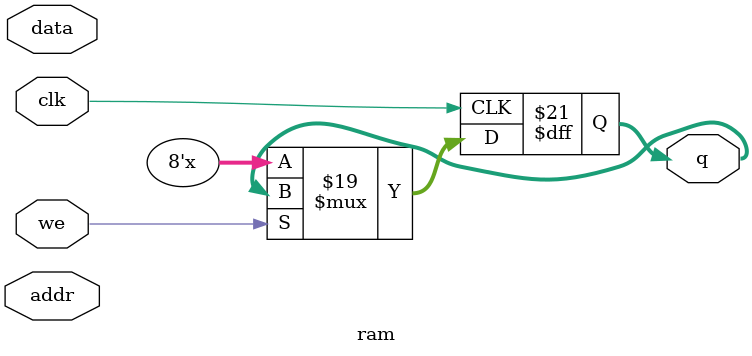
<source format=v>
module ram #(
    parameter ADDR_WIDTH=6,
    parameter DATA_WIDTH=8
) (
    input [DATA_WIDTH-1:0] data,
    input [ADDR_WIDTH-1:0] addr,
    input we, clk,
    output [7:0] q
);
reg [DATA_WIDTH-1:0] ram[2**ADDR_WIDTH-1:0];
// when we is high, write data to ram at address addr
// assign the ram value at address addr to q
always @(posedge clk)
begin
if (we) begin
ram[addr]<=data;
end
else begin
q<=8'hzz;
end
end
endmodule

</source>
